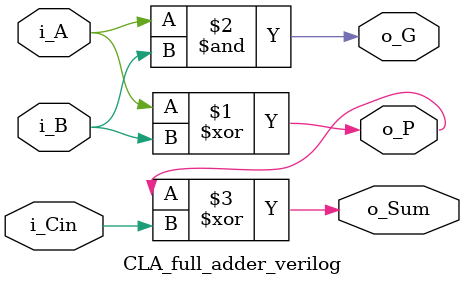
<source format=v>
module CLA_full_adder_verilog(
    input i_A, i_B, i_Cin,
    
    output o_Sum, o_P, o_G);
    
    assign o_P = i_A ^ i_B;         // P = A xor B
    assign o_G = i_A & i_B;         // G = A and B
    assign o_Sum = o_P ^ i_Cin;     // Sum = A xor B xor Cin  
endmodule

</source>
